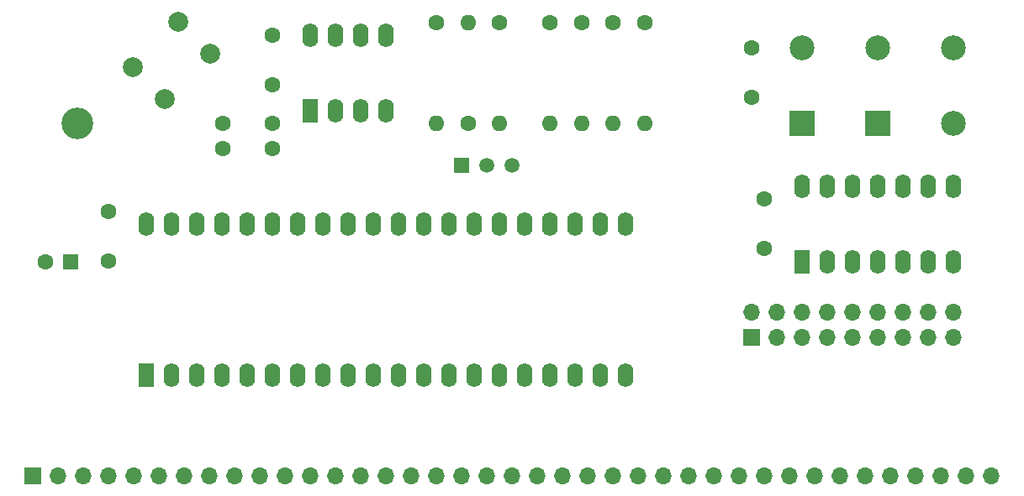
<source format=gts>
G04 #@! TF.GenerationSoftware,KiCad,Pcbnew,8.0.3+1*
G04 #@! TF.CreationDate,2024-06-25T00:49:37-06:00*
G04 #@! TF.ProjectId,z80-cpu,7a38302d-6370-4752-9e6b-696361645f70,rev?*
G04 #@! TF.SameCoordinates,Original*
G04 #@! TF.FileFunction,Soldermask,Top*
G04 #@! TF.FilePolarity,Negative*
%FSLAX46Y46*%
G04 Gerber Fmt 4.6, Leading zero omitted, Abs format (unit mm)*
G04 Created by KiCad (PCBNEW 8.0.3+1) date 2024-06-25 00:49:37*
%MOMM*%
%LPD*%
G01*
G04 APERTURE LIST*
%ADD10R,2.500000X2.500000*%
%ADD11C,2.500000*%
%ADD12R,1.700000X1.700000*%
%ADD13O,1.700000X1.700000*%
%ADD14O,1.600000X1.600000*%
%ADD15C,1.600000*%
%ADD16O,1.600000X2.400000*%
%ADD17R,1.600000X2.400000*%
%ADD18C,2.000000*%
%ADD19C,1.500000*%
%ADD20R,1.500000X1.500000*%
%ADD21R,1.600000X1.600000*%
%ADD22C,3.200000*%
G04 APERTURE END LIST*
D10*
X189230000Y-81280000D03*
D11*
X189230000Y-73660000D03*
X181610000Y-73660000D03*
X196850000Y-73660000D03*
X196850000Y-81280000D03*
D10*
X181610000Y-81280000D03*
D12*
X176530000Y-102870000D03*
D13*
X176530000Y-100330000D03*
X179070000Y-102870000D03*
X179070000Y-100330000D03*
X181610000Y-102870000D03*
X181610000Y-100330000D03*
X184150000Y-102870000D03*
X184150000Y-100330000D03*
X186690000Y-102870000D03*
X186690000Y-100330000D03*
X189230000Y-102870000D03*
X189230000Y-100330000D03*
X191770000Y-102870000D03*
X191770000Y-100330000D03*
X194310000Y-102870000D03*
X194310000Y-100330000D03*
X196850000Y-102870000D03*
X196850000Y-100330000D03*
X200660000Y-116840000D03*
X198120000Y-116840000D03*
X195580000Y-116840000D03*
X193040000Y-116840000D03*
X190500000Y-116840000D03*
X187960000Y-116840000D03*
X185420000Y-116840000D03*
X182880000Y-116840000D03*
X180340000Y-116840000D03*
X177800000Y-116840000D03*
X175260000Y-116840000D03*
X172720000Y-116840000D03*
X170180000Y-116840000D03*
X167640000Y-116840000D03*
X165100000Y-116840000D03*
X162560000Y-116840000D03*
X160020000Y-116840000D03*
X157480000Y-116840000D03*
X154940000Y-116840000D03*
X152400000Y-116840000D03*
X149860000Y-116840000D03*
X147320000Y-116840000D03*
X144780000Y-116840000D03*
X142240000Y-116840000D03*
X139700000Y-116840000D03*
X137160000Y-116840000D03*
X134620000Y-116840000D03*
X132080000Y-116840000D03*
X129540000Y-116840000D03*
X127000000Y-116840000D03*
X124460000Y-116840000D03*
X121920000Y-116840000D03*
X119380000Y-116840000D03*
X116840000Y-116840000D03*
X114300000Y-116840000D03*
X111760000Y-116840000D03*
X109220000Y-116840000D03*
X106680000Y-116840000D03*
D12*
X104140000Y-116840000D03*
D14*
X144780000Y-81280000D03*
D15*
X144780000Y-71120000D03*
X128270000Y-77390000D03*
X128270000Y-72390000D03*
X176530000Y-78700000D03*
X176530000Y-73700000D03*
X177800000Y-93940000D03*
X177800000Y-88940000D03*
X111760000Y-90210000D03*
X111760000Y-95210000D03*
X128230000Y-83820000D03*
X123230000Y-83820000D03*
X128270000Y-81280000D03*
X123270000Y-81280000D03*
D16*
X181610000Y-87630000D03*
X184150000Y-87630000D03*
X186690000Y-87630000D03*
X189230000Y-87630000D03*
X191770000Y-87630000D03*
X194310000Y-87630000D03*
X196850000Y-87630000D03*
X196850000Y-95250000D03*
X194310000Y-95250000D03*
X191770000Y-95250000D03*
X189230000Y-95250000D03*
X186690000Y-95250000D03*
X184150000Y-95250000D03*
D17*
X181610000Y-95250000D03*
D16*
X132080000Y-72390000D03*
X134620000Y-72390000D03*
X137160000Y-72390000D03*
X139700000Y-72390000D03*
X139700000Y-80010000D03*
X137160000Y-80010000D03*
X134620000Y-80010000D03*
D17*
X132080000Y-80010000D03*
X115570000Y-106680000D03*
D16*
X118110000Y-106680000D03*
X120650000Y-106680000D03*
X123190000Y-106680000D03*
X125730000Y-106680000D03*
X128270000Y-106680000D03*
X130810000Y-106680000D03*
X133350000Y-106680000D03*
X135890000Y-106680000D03*
X138430000Y-106680000D03*
X140970000Y-106680000D03*
X143510000Y-106680000D03*
X146050000Y-106680000D03*
X148590000Y-106680000D03*
X151130000Y-106680000D03*
X153670000Y-106680000D03*
X156210000Y-106680000D03*
X158750000Y-106680000D03*
X161290000Y-106680000D03*
X163830000Y-106680000D03*
X163830000Y-91440000D03*
X161290000Y-91440000D03*
X158750000Y-91440000D03*
X156210000Y-91440000D03*
X153670000Y-91440000D03*
X151130000Y-91440000D03*
X148590000Y-91440000D03*
X146050000Y-91440000D03*
X143510000Y-91440000D03*
X140970000Y-91440000D03*
X138430000Y-91440000D03*
X135890000Y-91440000D03*
X133350000Y-91440000D03*
X130810000Y-91440000D03*
X128270000Y-91440000D03*
X125730000Y-91440000D03*
X123190000Y-91440000D03*
X120650000Y-91440000D03*
X118110000Y-91440000D03*
X115570000Y-91440000D03*
D18*
X121999088Y-74222893D03*
X117402894Y-78819088D03*
X118817107Y-71040913D03*
X114220913Y-75637107D03*
D14*
X162560000Y-81280000D03*
D15*
X162560000Y-71120000D03*
D14*
X156210000Y-81280000D03*
D15*
X156210000Y-71120000D03*
D14*
X159385000Y-81280000D03*
D15*
X159385000Y-71120000D03*
D14*
X165735000Y-81280000D03*
D15*
X165735000Y-71120000D03*
D14*
X151130000Y-81280000D03*
D15*
X151130000Y-71120000D03*
D14*
X147955000Y-71120000D03*
D15*
X147955000Y-81280000D03*
D19*
X152390000Y-85540000D03*
X149850000Y-85540000D03*
D20*
X147310000Y-85540000D03*
D15*
X105410000Y-95250000D03*
D21*
X107910000Y-95250000D03*
D22*
X108585000Y-81280000D03*
M02*

</source>
